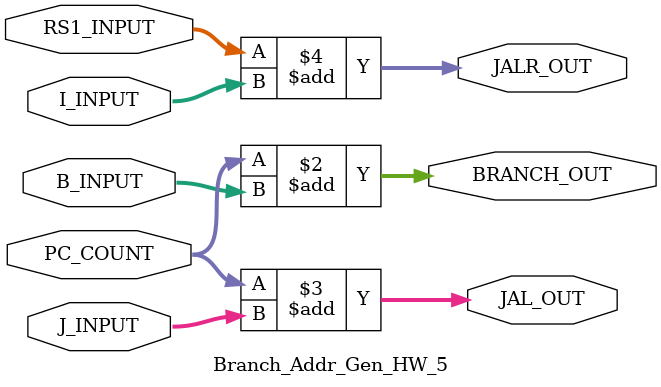
<source format=sv>
`timescale 1ns / 1ps

module Branch_Addr_Gen_HW_5(PC_COUNT, J_INPUT, B_INPUT,
 I_INPUT, RS1_INPUT, JALR_OUT, BRANCH_OUT, JAL_OUT);
 
 input [31:0] PC_COUNT, J_INPUT, B_INPUT, I_INPUT, RS1_INPUT;
 output logic [31:0] JALR_OUT, BRANCH_OUT, JAL_OUT;
 
 always_comb begin
 
 BRANCH_OUT = PC_COUNT + B_INPUT;
 
 JAL_OUT = PC_COUNT + J_INPUT;
 
 JALR_OUT = RS1_INPUT + I_INPUT;
 
 end
endmodule

</source>
